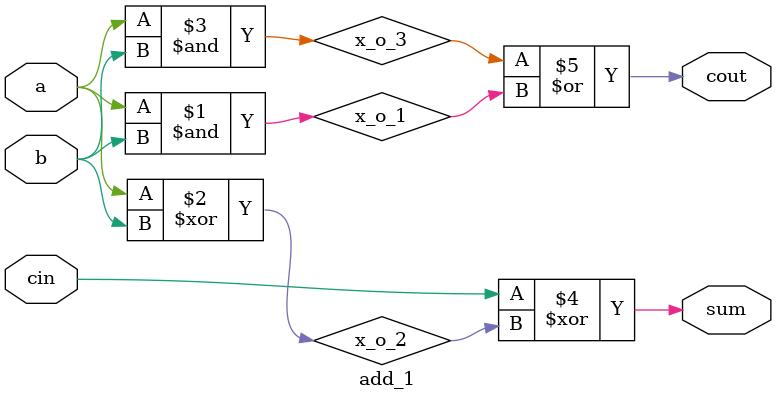
<source format=sv>
module add_1
(
input        a,
input        b,
input        cin,      
output logic sum,
output logic cout    
);
    
wire x_o_1, x_o_2, x_o_3;

assign x_o_1 = a & b;        // AND operation
assign x_o_2 = a ^ b;        // XOR operation
assign x_o_3 = a & b;        // AND operation
assign sum = cin ^ x_o_2;    // XOR operation
assign cout = x_o_3 | x_o_1; // OR operation

endmodule

// or we can write this in a more trivial form using Boolean functions for the full adder with carry
// result will be same

/*
module add_1
(
input        a,
input        b,
input        cin,      
output logic sum,
output logic cout    
);
    
assign sum = a ^ b cin;
assign cout = a & b | (a ^ b) & cin;

endmodule
*/

</source>
